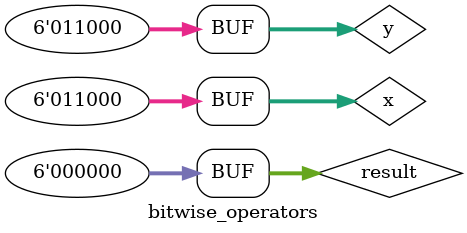
<source format=v>
module bitwise_operators (

);

	reg [5:0] x = 0;  //6bit variable
	reg [5:0] y = 0;	//6bit variable
	reg [5:0] result = 0; //6bit variable
	
	initial begin 
	$monitor("MON x=%b, y=%b, result=%b,", x, y, result);
	end 
	
	initial begin 
	#1; // wait 1 unit time between examples 
	x = 6'b11_0001;
	y = 6'b00_0101;
	result = x & y; //AND
	
	#1;
	result = ~(x&y); 
	
	#1; 
	x= 6'b10_0101;
	y = 6'b01_1011;
	result = x|y; //OR
	
	#1; 
	result = ~(x | y);
	
	#1;
	x= 6'b11_1011;
	y= 6'b01_1000;
	result = x ^ y; //XOR
	
	
	#1; //NXOR is used to check if x = y
	result = x ~^ y; // NXOR
	
	#1
	x=y; 
	result = ~(x ^y);
	end
	
endmodule 
	
	
	
</source>
